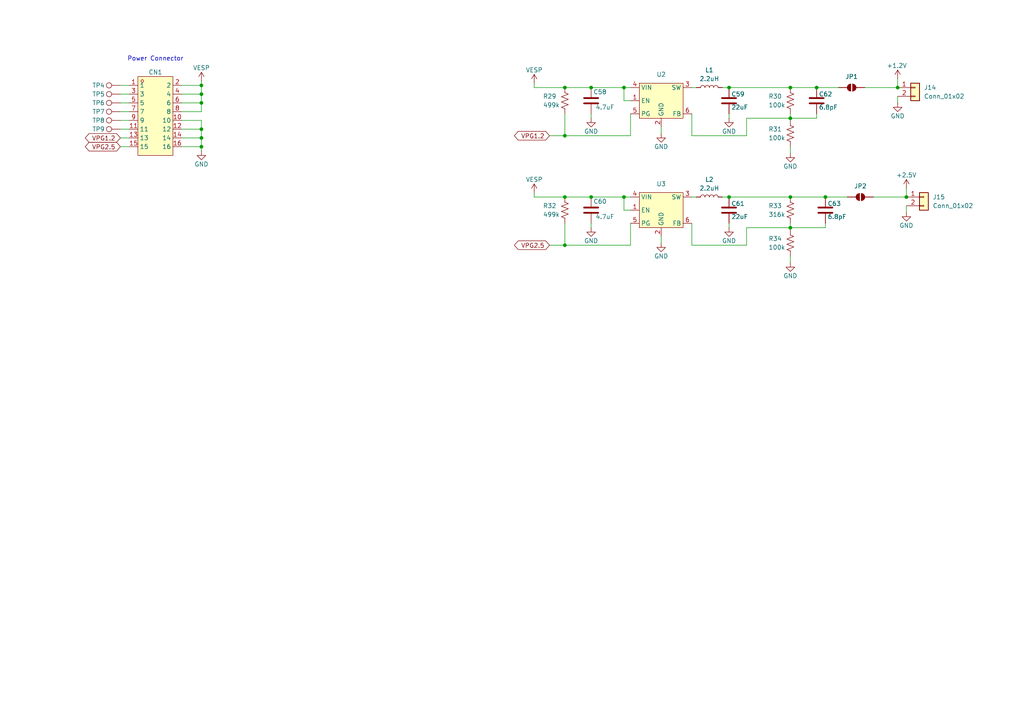
<source format=kicad_sch>
(kicad_sch (version 20250114) (generator "eeschema") (generator_version "9.0")
  (paper "A4")
  (lib_symbols
    (symbol "Connector:TestPoint" (pin_numbers (hide yes)) (pin_names (offset 0.762) (hide yes))
      (property "Reference" "TP" (at 0 6.858 0))
      (property "Value" "TestPoint" (at 0 5.08 0))
      (symbol "TestPoint_0_1"
        (circle (center 0 3.302) (radius 0.762))
      )
      (symbol "TestPoint_1_1"
        (pin passive line (at 0 0 90) (length 2.54) (name "1") (number "1"))
      )
    )
    (symbol "Connector_Generic:Conn_01x02" (pin_names (offset 1.016) (hide yes))
      (property "Reference" "J" (at 0 2.54 0))
      (property "Value" "Conn_01x02" (at 0 -5.08 0))
      (symbol "Conn_01x02_1_1"
        (rectangle (start -1.27 1.27) (end 1.27 -3.81) (stroke (width 0.254)) (fill (type background)))
        (rectangle (start -1.27 0.127) (end 0 -0.127) (stroke (width 0.1524)))
        (rectangle (start -1.27 -2.413) (end 0 -2.667) (stroke (width 0.1524)))
        (pin passive line (at -5.08 0 0) (length 3.81) (name "Pin_1") (number "1"))
        (pin passive line (at -5.08 -2.54 0) (length 3.81) (name "Pin_2") (number "2"))
      )
    )
    (symbol "Device:C" (pin_numbers (hide yes)) (pin_names (offset 0.254))
      (property "Reference" "C" (at 0.635 2.54 0))
      (property "Value" "C" (at 0.635 -2.54 0))
      (symbol "C_0_1"
        (polyline (pts (xy -2.032 0.762) (xy 2.032 0.762)) (stroke (width 0.508)))
        (polyline (pts (xy -2.032 -0.762) (xy 2.032 -0.762)) (stroke (width 0.508)))
      )
      (symbol "C_1_1"
        (pin passive line (at 0 3.81 270) (length 2.794) (name "~") (number "1"))
        (pin passive line (at 0 -3.81 90) (length 2.794) (name "~") (number "2"))
      )
    )
    (symbol "Device:L" (pin_numbers (hide yes)) (pin_names (offset 1.016) (hide yes))
      (property "Reference" "L" (at -1.27 0 90))
      (property "Value" "L" (at 1.905 0 90))
      (symbol "L_0_1"
        (arc (start 0 2.54) (mid 0.6323 1.905) (end 0 1.27))
        (arc (start 0 1.27) (mid 0.6323 0.635) (end 0 0))
        (arc (start 0 0) (mid 0.6323 -0.635) (end 0 -1.27))
        (arc (start 0 -1.27) (mid 0.6323 -1.905) (end 0 -2.54))
      )
      (symbol "L_1_1"
        (pin passive line (at 0 3.81 270) (length 1.27) (name "1") (number "1"))
        (pin passive line (at 0 -3.81 90) (length 1.27) (name "2") (number "2"))
      )
    )
    (symbol "Device:R_US" (pin_numbers (hide yes)) (pin_names (offset 0))
      (property "Reference" "R" (at 2.54 0 90))
      (property "Value" "R_US" (at -2.54 0 90))
      (symbol "R_US_0_1"
        (polyline (pts (xy 0 2.286) (xy 0 2.54)))
        (polyline (pts (xy 0 2.286) (xy 1.016 1.905) (xy 0 1.524) (xy -1.016 1.143) (xy 0 0.762)))
        (polyline (pts (xy 0 0.762) (xy 1.016 0.381) (xy 0 0) (xy -1.016 -0.381) (xy 0 -0.762)))
        (polyline (pts (xy 0 -0.762) (xy 1.016 -1.143) (xy 0 -1.524) (xy -1.016 -1.905) (xy 0 -2.286)))
        (polyline (pts (xy 0 -2.286) (xy 0 -2.54)))
      )
      (symbol "R_US_1_1"
        (pin passive line (at 0 3.81 270) (length 1.27) (name "~") (number "1"))
        (pin passive line (at 0 -3.81 90) (length 1.27) (name "~") (number "2"))
      )
    )
    (symbol "Jumper:SolderJumper_2_Open" (pin_numbers (hide yes)) (pin_names (offset 0) (hide yes)) (in_bom no)
      (property "Reference" "JP" (at 0 2.032 0))
      (property "Value" "SolderJumper_2_Open" (at 0 -2.54 0))
      (symbol "SolderJumper_2_Open_0_1"
        (polyline (pts (xy -0.254 1.016) (xy -0.254 -1.016)))
        (arc (start -0.254 -1.016) (mid -1.2656 0) (end -0.254 1.016))
        (arc (start -0.254 -1.016) (mid -1.2656 0) (end -0.254 1.016) (fill (type outline)))
        (arc (start 0.254 1.016) (mid 1.2656 0) (end 0.254 -1.016))
        (arc (start 0.254 1.016) (mid 1.2656 0) (end 0.254 -1.016) (fill (type outline)))
        (polyline (pts (xy 0.254 1.016) (xy 0.254 -1.016)))
      )
      (symbol "SolderJumper_2_Open_1_1"
        (pin passive line (at -3.81 0 0) (length 2.54) (name "A") (number "1"))
        (pin passive line (at 3.81 0 180) (length 2.54) (name "B") (number "2"))
      )
    )
    (symbol "SCALES:DF11-16DP-2DSA(08)"
      (property "Reference" "CN" (at 0 13.97 0))
      (property "Value" "DF11-16DP-2DSA(08)" (at 0 -13.97 0))
      (symbol "DF11-16DP-2DSA(08)_0_1"
        (rectangle (start -5.08 11.43) (end 5.08 -11.43) (fill (type background)))
        (circle (center -3.81 10.16) (radius 0.38))
        (pin unspecified line (at -7.62 8.89 0) (length 2.54) (name "1") (number "1"))
        (pin unspecified line (at -7.62 6.35 0) (length 2.54) (name "3") (number "3"))
        (pin unspecified line (at -7.62 3.81 0) (length 2.54) (name "5") (number "5"))
        (pin unspecified line (at -7.62 1.27 0) (length 2.54) (name "7") (number "7"))
        (pin unspecified line (at -7.62 -1.27 0) (length 2.54) (name "9") (number "9"))
        (pin unspecified line (at -7.62 -3.81 0) (length 2.54) (name "11") (number "11"))
        (pin unspecified line (at -7.62 -6.35 0) (length 2.54) (name "13") (number "13"))
        (pin unspecified line (at -7.62 -8.89 0) (length 2.54) (name "15") (number "15"))
        (pin unspecified line (at 7.62 8.89 180) (length 2.54) (name "2") (number "2"))
        (pin unspecified line (at 7.62 6.35 180) (length 2.54) (name "4") (number "4"))
        (pin unspecified line (at 7.62 3.81 180) (length 2.54) (name "6") (number "6"))
        (pin unspecified line (at 7.62 1.27 180) (length 2.54) (name "8") (number "8"))
        (pin unspecified line (at 7.62 -1.27 180) (length 2.54) (name "10") (number "10"))
        (pin unspecified line (at 7.62 -3.81 180) (length 2.54) (name "12") (number "12"))
        (pin unspecified line (at 7.62 -6.35 180) (length 2.54) (name "14") (number "14"))
        (pin unspecified line (at 7.62 -8.89 180) (length 2.54) (name "16") (number "16"))
      )
    )
    (symbol "SCALES:TLV62569PDDCR"
      (property "Reference" "U" (at 0 7.62 0))
      (symbol "TLV62569PDDCR_0_1"
        (rectangle (start -6.35 5.08) (end 6.35 -5.08) (fill (type background)))
        (pin unspecified line (at -8.89 3.81 0) (length 2.54) (name "VIN") (number "4"))
        (pin unspecified line (at -8.89 0 0) (length 2.54) (name "EN") (number "1"))
        (pin unspecified line (at -8.89 -3.81 0) (length 2.54) (name "PG") (number "5"))
        (pin unspecified line (at 0 -7.62 90) (length 2.54) (name "GND") (number "2"))
        (pin unspecified line (at 8.89 3.81 180) (length 2.54) (name "SW") (number "3"))
        (pin unspecified line (at 8.89 -3.81 180) (length 2.54) (name "FB") (number "6"))
      )
    )
    (symbol "power:+1V2" (power) (pin_numbers (hide yes)) (pin_names (offset 0) (hide yes))
      (property "Value" "+1V2" (at 0 3.556 0))
      (symbol "+1V2_0_1"
        (polyline (pts (xy -0.762 1.27) (xy 0 2.54)))
        (polyline (pts (xy 0 2.54) (xy 0.762 1.27)))
        (polyline (pts (xy 0 0) (xy 0 2.54)))
      )
      (symbol "+1V2_1_1"
        (pin power_in line (at 0 0 90) (length 0) (name "~") (number "1"))
      )
    )
    (symbol "power:+2V5" (power) (pin_numbers (hide yes)) (pin_names (offset 0) (hide yes))
      (property "Value" "+2V5" (at 0 3.556 0))
      (symbol "+2V5_0_1"
        (polyline (pts (xy -0.762 1.27) (xy 0 2.54)))
        (polyline (pts (xy 0 2.54) (xy 0.762 1.27)))
        (polyline (pts (xy 0 0) (xy 0 2.54)))
      )
      (symbol "+2V5_1_1"
        (pin power_in line (at 0 0 90) (length 0) (name "~") (number "1"))
      )
    )
    (symbol "power:GND" (power) (pin_numbers (hide yes)) (pin_names (offset 0) (hide yes))
      (property "Value" "GND" (at 0 -3.81 0))
      (symbol "GND_0_1"
        (polyline (pts (xy 0 0) (xy 0 -1.27) (xy 1.27 -1.27) (xy 0 -2.54) (xy -1.27 -1.27) (xy 0 -1.27)))
      )
      (symbol "GND_1_1"
        (pin power_in line (at 0 0 270) (length 0) (name "~") (number "1"))
      )
    )
  )
  (text "Power Connector" (at 45.085 17.145 0) (effects (font (size 1.27 1.27))))
  (junction (at 229.235 25.4))
  (junction (at 229.235 57.15))
  (junction (at 211.455 25.4))
  (junction (at 262.89 57.15))
  (junction (at 211.455 57.15))
  (junction (at 163.83 25.4))
  (junction (at 163.83 39.37))
  (junction (at 58.42 24.765))
  (junction (at 260.35 25.4))
  (junction (at 180.975 57.15))
  (junction (at 239.395 57.15))
  (junction (at 58.42 40.005))
  (junction (at 58.42 37.465))
  (junction (at 171.45 25.4))
  (junction (at 171.45 57.15))
  (junction (at 180.975 25.4))
  (junction (at 58.42 27.305))
  (junction (at 58.42 29.845))
  (junction (at 163.83 57.15))
  (junction (at 163.83 71.12))
  (junction (at 58.42 42.545))
  (junction (at 229.235 34.29))
  (junction (at 229.235 66.04))
  (junction (at 236.855 25.4))
  (wire (pts (xy 34.925 42.545) (xy 37.465 42.545)))
  (wire (pts (xy 216.535 71.12) (xy 216.535 66.04)))
  (wire (pts (xy 34.925 29.845) (xy 37.465 29.845)))
  (wire (pts (xy 58.42 42.545) (xy 58.42 43.815)))
  (wire (pts (xy 200.66 57.15) (xy 201.93 57.15)))
  (wire (pts (xy 58.42 40.005) (xy 58.42 42.545)))
  (wire (pts (xy 52.705 32.385) (xy 58.42 32.385)))
  (wire (pts (xy 180.975 25.4) (xy 182.88 25.4)))
  (wire (pts (xy 229.235 57.15) (xy 239.395 57.15)))
  (wire (pts (xy 34.925 37.465) (xy 37.465 37.465)))
  (wire (pts (xy 154.94 24.13) (xy 154.94 25.4)))
  (wire (pts (xy 159.385 71.12) (xy 163.83 71.12)))
  (wire (pts (xy 154.94 55.88) (xy 154.94 57.15)))
  (wire (pts (xy 52.705 29.845) (xy 58.42 29.845)))
  (wire (pts (xy 34.925 34.925) (xy 37.465 34.925)))
  (wire (pts (xy 34.925 32.385) (xy 37.465 32.385)))
  (wire (pts (xy 163.83 71.12) (xy 182.88 71.12)))
  (wire (pts (xy 260.35 22.86) (xy 260.35 25.4)))
  (wire (pts (xy 163.83 39.37) (xy 163.83 33.02)))
  (wire (pts (xy 180.975 60.96) (xy 180.975 57.15)))
  (wire (pts (xy 200.66 33.02) (xy 200.66 39.37)))
  (wire (pts (xy 211.455 33.02) (xy 211.455 34.29)))
  (wire (pts (xy 171.45 25.4) (xy 180.975 25.4)))
  (wire (pts (xy 262.89 54.61) (xy 262.89 57.15)))
  (wire (pts (xy 58.42 34.925) (xy 58.42 37.465)))
  (wire (pts (xy 52.705 34.925) (xy 58.42 34.925)))
  (wire (pts (xy 229.235 66.675) (xy 229.235 66.04)))
  (wire (pts (xy 209.55 25.4) (xy 211.455 25.4)))
  (wire (pts (xy 200.66 64.77) (xy 200.66 71.12)))
  (wire (pts (xy 211.455 57.15) (xy 229.235 57.15)))
  (wire (pts (xy 171.45 33.02) (xy 171.45 34.29)))
  (wire (pts (xy 34.925 24.765) (xy 37.465 24.765)))
  (wire (pts (xy 34.925 27.305) (xy 37.465 27.305)))
  (wire (pts (xy 200.66 25.4) (xy 201.93 25.4)))
  (wire (pts (xy 229.235 25.4) (xy 236.855 25.4)))
  (wire (pts (xy 239.395 57.15) (xy 245.745 57.15)))
  (wire (pts (xy 250.825 25.4) (xy 260.35 25.4)))
  (wire (pts (xy 236.855 25.4) (xy 243.205 25.4)))
  (wire (pts (xy 253.365 57.15) (xy 262.89 57.15)))
  (wire (pts (xy 182.88 29.21) (xy 180.975 29.21)))
  (wire (pts (xy 58.42 27.305) (xy 58.42 24.765)))
  (wire (pts (xy 163.83 71.12) (xy 163.83 64.77)))
  (wire (pts (xy 171.45 64.77) (xy 171.45 66.04)))
  (wire (pts (xy 163.83 57.15) (xy 171.45 57.15)))
  (wire (pts (xy 52.705 42.545) (xy 58.42 42.545)))
  (wire (pts (xy 159.385 39.37) (xy 163.83 39.37)))
  (wire (pts (xy 239.395 64.77) (xy 239.395 66.04)))
  (wire (pts (xy 216.535 66.04) (xy 229.235 66.04)))
  (wire (pts (xy 52.705 37.465) (xy 58.42 37.465)))
  (wire (pts (xy 229.235 34.29) (xy 229.235 33.02)))
  (wire (pts (xy 52.705 24.765) (xy 58.42 24.765)))
  (wire (pts (xy 209.55 57.15) (xy 211.455 57.15)))
  (wire (pts (xy 182.88 33.02) (xy 182.88 39.37)))
  (wire (pts (xy 154.94 25.4) (xy 163.83 25.4)))
  (wire (pts (xy 191.77 36.83) (xy 191.77 38.735)))
  (wire (pts (xy 58.42 24.765) (xy 58.42 23.495)))
  (wire (pts (xy 239.395 66.04) (xy 229.235 66.04)))
  (wire (pts (xy 216.535 39.37) (xy 216.535 34.29)))
  (wire (pts (xy 260.35 27.94) (xy 260.35 29.845)))
  (wire (pts (xy 229.235 66.04) (xy 229.235 64.77)))
  (wire (pts (xy 180.975 29.21) (xy 180.975 25.4)))
  (wire (pts (xy 229.235 74.295) (xy 229.235 76.2)))
  (wire (pts (xy 211.455 25.4) (xy 229.235 25.4)))
  (wire (pts (xy 52.705 27.305) (xy 58.42 27.305)))
  (wire (pts (xy 34.925 40.005) (xy 37.465 40.005)))
  (wire (pts (xy 229.235 34.925) (xy 229.235 34.29)))
  (wire (pts (xy 236.855 34.29) (xy 229.235 34.29)))
  (wire (pts (xy 200.66 39.37) (xy 216.535 39.37)))
  (wire (pts (xy 191.77 68.58) (xy 191.77 70.485)))
  (wire (pts (xy 200.66 71.12) (xy 216.535 71.12)))
  (wire (pts (xy 171.45 57.15) (xy 180.975 57.15)))
  (wire (pts (xy 163.83 25.4) (xy 171.45 25.4)))
  (wire (pts (xy 182.88 64.77) (xy 182.88 71.12)))
  (wire (pts (xy 236.855 33.02) (xy 236.855 34.29)))
  (wire (pts (xy 211.455 64.77) (xy 211.455 66.04)))
  (wire (pts (xy 58.42 37.465) (xy 58.42 40.005)))
  (wire (pts (xy 182.88 60.96) (xy 180.975 60.96)))
  (wire (pts (xy 58.42 32.385) (xy 58.42 29.845)))
  (wire (pts (xy 180.975 57.15) (xy 182.88 57.15)))
  (wire (pts (xy 52.705 40.005) (xy 58.42 40.005)))
  (wire (pts (xy 154.94 57.15) (xy 163.83 57.15)))
  (wire (pts (xy 229.235 42.545) (xy 229.235 44.45)))
  (wire (pts (xy 216.535 34.29) (xy 229.235 34.29)))
  (wire (pts (xy 58.42 29.845) (xy 58.42 27.305)))
  (wire (pts (xy 262.89 59.69) (xy 262.89 61.595)))
  (wire (pts (xy 163.83 39.37) (xy 182.88 39.37)))
  (global_label "VPG2.5" (shape bidirectional) (at 159.385 71.12 180) (property "Intersheetrefs" "${INTERSHEET_REFS}" (effects (hide yes))))
  (global_label "VPG1.2" (shape bidirectional) (at 159.385 39.37 180) (property "Intersheetrefs" "${INTERSHEET_REFS}" (effects (hide yes))))
  (global_label "VPG1.2" (shape bidirectional) (at 34.925 40.005 180) (property "Intersheetrefs" "${INTERSHEET_REFS}" (effects (hide yes))))
  (global_label "VPG2.5" (shape bidirectional) (at 34.925 42.545 180) (property "Intersheetrefs" "${INTERSHEET_REFS}" (effects (hide yes))))
  (symbol (lib_id "Device:R_US") (at 163.83 60.96 180) (unit 1)
    (property "Reference" "R32" (at 157.48 59.69 0) (effects (justify right)))
    (property "Value" "499k" (at 157.48 62.23 0) (effects (justify right)))
    (property "Footprint" "Resistor_SMD:R_0603_1608Metric" (effects (hide yes)))
    (property "Description" "Resistor, US symbol" (effects (hide yes)))
  )
  (symbol (lib_id "Connector_Generic:Conn_01x02") (at 267.97 57.15 0) (unit 1)
    (property "Reference" "J15" (at 270.51 57.1499 0) (effects (justify left)))
    (property "Value" "Conn_01x02" (at 270.51 59.6899 0) (effects (justify left)))
    (property "Footprint" "Connector_PinHeader_2.54mm:PinHeader_1x02_P2.54mm_Vertical" (effects (hide yes)))
    (property "Description" "Generic connector, single row, 01x02, script generated (kicad-library-utils/schlib/autogen/connector/)" (effects (hide yes)))
  )
  (symbol (lib_id "power:GND") (at 260.35 29.845 0) (unit 1)
    (property "Reference" "#PWR0117" (effects (hide yes)))
    (property "Value" "GND" (at 260.35 33.655 0))
    (property "Description" "Power symbol creates a global label with name \"GND\" , ground" (effects (hide yes)))
  )
  (symbol (lib_id "Device:L") (at 205.74 57.15 90) (unit 1)
    (property "Reference" "L2" (at 205.74 52.07 90))
    (property "Value" "2.2uH" (at 205.74 54.61 90))
    (property "Footprint" "Inductor_SMD:L_0603_1608Metric" (effects (hide yes)))
    (property "Description" "Inductor" (effects (hide yes)))
  )
  (symbol (lib_id "Device:C") (at 171.45 29.21 0) (unit 1)
    (property "Reference" "C58" (at 172.085 26.67 0) (effects (justify left)))
    (property "Value" "4.7uF" (at 172.72 31.115 0) (effects (justify left)))
    (property "Footprint" "Capacitor_SMD:C_0603_1608Metric" (effects (hide yes)))
    (property "Description" "Unpolarized capacitor" (effects (hide yes)))
  )
  (symbol (lib_id "power:GND") (at 229.235 44.45 0) (unit 1)
    (property "Reference" "#PWR0116" (effects (hide yes)))
    (property "Value" "GND" (at 229.235 48.26 0))
    (property "Description" "Power symbol creates a global label with name \"GND\" , ground" (effects (hide yes)))
  )
  (symbol (lib_id "Device:R_US") (at 229.235 38.735 180) (unit 1)
    (property "Reference" "R31" (at 222.885 37.465 0) (effects (justify right)))
    (property "Value" "100k" (at 222.885 40.005 0) (effects (justify right)))
    (property "Footprint" "Resistor_SMD:R_0603_1608Metric" (effects (hide yes)))
    (property "Description" "Resistor, US symbol" (effects (hide yes)))
  )
  (symbol (lib_id "Device:R_US") (at 229.235 70.485 180) (unit 1)
    (property "Reference" "R34" (at 222.885 69.215 0) (effects (justify right)))
    (property "Value" "100k" (at 222.885 71.755 0) (effects (justify right)))
    (property "Footprint" "Resistor_SMD:R_0603_1608Metric" (effects (hide yes)))
    (property "Description" "Resistor, US symbol" (effects (hide yes)))
  )
  (symbol (lib_id "power:+2V5") (at 262.89 54.61 0) (unit 1)
    (property "Reference" "#PWR0112" (effects (hide yes)))
    (property "Value" "+2.5V" (at 262.89 50.8 0))
    (property "Description" "Power symbol creates a global label with name \"+2V5\"" (effects (hide yes)))
  )
  (symbol (lib_id "Device:C") (at 211.455 60.96 0) (unit 1)
    (property "Reference" "C61" (at 212.09 59.055 0) (effects (justify left)))
    (property "Value" "22uF" (at 212.09 62.865 0) (effects (justify left)))
    (property "Footprint" "Capacitor_SMD:C_0603_1608Metric" (effects (hide yes)))
    (property "Description" "Unpolarized capacitor" (effects (hide yes)))
  )
  (symbol (lib_id "Connector:TestPoint") (at 34.925 24.765 90) (unit 1)
    (property "Reference" "TP4" (at 28.575 24.765 90))
    (property "Value" "TestPoint" (effects (hide yes)))
    (property "Footprint" "TestPoint:TestPoint_Pad_D2.0mm" (effects (hide yes)))
    (property "Description" "test point" (effects (hide yes)))
  )
  (symbol (lib_id "power:GND") (at 229.235 76.2 0) (unit 1)
    (property "Reference" "#PWR0123" (effects (hide yes)))
    (property "Value" "GND" (at 229.235 80.01 0))
    (property "Description" "Power symbol creates a global label with name \"GND\" , ground" (effects (hide yes)))
  )
  (symbol (lib_id "Jumper:SolderJumper_2_Open") (at 249.555 57.15 0) (unit 1) (in_bom no)
    (property "Reference" "JP2" (at 249.555 53.975 0))
    (property "Value" "SolderJumper_2_Open" (effects (hide yes)))
    (property "Footprint" "Jumper:SolderJumper-2_P1.3mm_Open_Pad1.0x1.5mm" (effects (hide yes)))
    (property "Description" "Solder Jumper, 2-pole, open" (effects (hide yes)))
  )
  (symbol (lib_id "Device:R_US") (at 229.235 29.21 180) (unit 1)
    (property "Reference" "R30" (at 222.885 27.94 0) (effects (justify right)))
    (property "Value" "100k" (at 222.885 30.48 0) (effects (justify right)))
    (property "Footprint" "Resistor_SMD:R_0603_1608Metric" (effects (hide yes)))
    (property "Description" "Resistor, US symbol" (effects (hide yes)))
  )
  (symbol (lib_id "Device:R_US") (at 229.235 60.96 180) (unit 1)
    (property "Reference" "R33" (at 222.885 59.69 0) (effects (justify right)))
    (property "Value" "316k" (at 222.885 62.23 0) (effects (justify right)))
    (property "Footprint" "Resistor_SMD:R_0603_1608Metric" (effects (hide yes)))
    (property "Description" "Resistor, US symbol" (effects (hide yes)))
  )
  (symbol (lib_id "SCALES:TLV62569PDDCR") (at 191.77 29.21 0) (unit 1)
    (property "Reference" "U2" (at 191.77 21.59 0))
    (property "Value" "TLV62569PDDCR" (effects (hide yes)))
    (property "Footprint" "SCALES:SOT-23-6_L2.9-W1.6-P0.95-LS2.8-BL" (effects (hide yes)))
    (property "Datasheet" "https://lcsc.com/product-detail/Pre-ordered-Chips_Texas-Instruments-Texas-Instruments-TLV62569PDDCR_C398365.html" (effects (hide yes)))
    (property "Description" "Buck Adjustable 2A 2.5V~5.5V 600mV~5.5V SOT-23-THIN-6 DC-DC Converters ROHS" (effects (hide yes)))
    (property "LCSC Part" "C398365" (effects (hide yes)))
  )
  (symbol (lib_id "power:GND") (at 191.77 38.735 0) (unit 1)
    (property "Reference" "#PWR0114" (effects (hide yes)))
    (property "Value" "GND" (at 191.77 42.545 0))
    (property "Description" "Power symbol creates a global label with name \"GND\" , ground" (effects (hide yes)))
  )
  (symbol (lib_id "Jumper:SolderJumper_2_Open") (at 247.015 25.4 0) (unit 1) (in_bom no)
    (property "Reference" "JP1" (at 247.015 22.225 0))
    (property "Value" "SolderJumper_2_Open" (effects (hide yes)))
    (property "Footprint" "Jumper:SolderJumper-2_P1.3mm_Open_Pad1.0x1.5mm" (effects (hide yes)))
    (property "Description" "Solder Jumper, 2-pole, open" (effects (hide yes)))
  )
  (symbol (lib_id "Device:C") (at 211.455 29.21 0) (unit 1)
    (property "Reference" "C59" (at 212.09 27.305 0) (effects (justify left)))
    (property "Value" "22uF" (at 212.09 31.115 0) (effects (justify left)))
    (property "Footprint" "Capacitor_SMD:C_0603_1608Metric" (effects (hide yes)))
    (property "Description" "Unpolarized capacitor" (effects (hide yes)))
  )
  (symbol (lib_id "Device:C") (at 236.855 29.21 0) (unit 1)
    (property "Reference" "C62" (at 237.49 27.305 0) (effects (justify left)))
    (property "Value" "6.8pF" (at 237.49 31.115 0) (effects (justify left)))
    (property "Footprint" "Capacitor_SMD:C_0603_1608Metric" (effects (hide yes)))
    (property "Description" "Unpolarized capacitor" (effects (hide yes)))
  )
  (symbol (lib_id "power:GND") (at 211.455 66.04 0) (unit 1)
    (property "Reference" "#PWR0122" (effects (hide yes)))
    (property "Value" "GND" (at 211.455 69.85 0))
    (property "Description" "Power symbol creates a global label with name \"GND\" , ground" (effects (hide yes)))
  )
  (symbol (lib_id "Device:L") (at 205.74 25.4 90) (unit 1)
    (property "Reference" "L1" (at 205.74 20.32 90))
    (property "Value" "2.2uH" (at 205.74 22.86 90))
    (property "Footprint" "Inductor_SMD:L_0603_1608Metric" (effects (hide yes)))
    (property "Description" "Inductor" (effects (hide yes)))
  )
  (symbol (lib_id "Device:C") (at 171.45 60.96 0) (unit 1)
    (property "Reference" "C60" (at 172.085 58.42 0) (effects (justify left)))
    (property "Value" "4.7uF" (at 172.72 62.865 0) (effects (justify left)))
    (property "Footprint" "Capacitor_SMD:C_0603_1608Metric" (effects (hide yes)))
    (property "Description" "Unpolarized capacitor" (effects (hide yes)))
  )
  (symbol (lib_id "Connector:TestPoint") (at 34.925 32.385 90) (unit 1)
    (property "Reference" "TP7" (at 28.575 32.385 90))
    (property "Value" "TestPoint" (effects (hide yes)))
    (property "Footprint" "TestPoint:TestPoint_Pad_D2.0mm" (effects (hide yes)))
    (property "Description" "test point" (effects (hide yes)))
  )
  (symbol (lib_id "Connector:TestPoint") (at 34.925 29.845 90) (unit 1)
    (property "Reference" "TP6" (at 28.575 29.845 90))
    (property "Value" "TestPoint" (effects (hide yes)))
    (property "Footprint" "TestPoint:TestPoint_Pad_D2.0mm" (effects (hide yes)))
    (property "Description" "test point" (effects (hide yes)))
  )
  (symbol (lib_id "power:+1V2") (at 260.35 22.86 0) (unit 1)
    (property "Reference" "#PWR0113" (effects (hide yes)))
    (property "Value" "+1.2V" (at 257.175 19.05 0) (effects (justify left)))
    (property "Description" "Power symbol creates a global label with name \"+1V2\"" (effects (hide yes)))
  )
  (symbol (lib_id "SCALES:DF11-16DP-2DSA(08)") (at 45.085 33.655 0) (unit 1)
    (property "Reference" "CN1" (at 45.085 20.955 0))
    (property "Value" "DF11-16DP-2DSA(08)" (effects (hide yes)))
    (property "Footprint" "SCALES:CONN-TH_DF11-16DP-2DSA-08" (effects (hide yes)))
    (property "Datasheet" "https://lcsc.com/product-detail/Wire-To-Board-Wire-To-Wire-Connector_HRS-Hirose-HRS-DF11-16DP-2DSA-08_C530981.html" (effects (hide yes)))
    (property "LCSC Part" "C530981" (effects (hide yes)))
  )
  (symbol (lib_id "power:GND") (at 262.89 61.595 0) (unit 1)
    (property "Reference" "#PWR0125" (effects (hide yes)))
    (property "Value" "GND" (at 262.89 65.405 0))
    (property "Description" "Power symbol creates a global label with name \"GND\" , ground" (effects (hide yes)))
  )
  (symbol (lib_id "Device:C") (at 239.395 60.96 0) (unit 1)
    (property "Reference" "C63" (at 240.03 59.055 0) (effects (justify left)))
    (property "Value" "6.8pF" (at 240.03 62.865 0) (effects (justify left)))
    (property "Footprint" "Capacitor_SMD:C_0603_1608Metric" (effects (hide yes)))
    (property "Description" "Unpolarized capacitor" (effects (hide yes)))
  )
  (symbol (lib_id "power:+2V5") (at 154.94 24.13 0) (unit 1)
    (property "Reference" "#PWR0107" (effects (hide yes)))
    (property "Value" "VESP" (at 154.94 20.32 0))
    (property "Description" "Power symbol creates a global label with name \"VESP\"" (effects (hide yes)))
  )
  (symbol (lib_id "Connector:TestPoint") (at 34.925 27.305 90) (unit 1)
    (property "Reference" "TP5" (at 28.575 27.305 90))
    (property "Value" "TestPoint" (effects (hide yes)))
    (property "Footprint" "TestPoint:TestPoint_Pad_D2.0mm" (effects (hide yes)))
    (property "Description" "test point" (effects (hide yes)))
  )
  (symbol (lib_id "Connector_Generic:Conn_01x02") (at 265.43 25.4 0) (unit 1)
    (property "Reference" "J14" (at 267.97 25.3999 0) (effects (justify left)))
    (property "Value" "Conn_01x02" (at 267.97 27.9399 0) (effects (justify left)))
    (property "Footprint" "Connector_PinHeader_2.54mm:PinHeader_1x02_P2.54mm_Vertical" (effects (hide yes)))
    (property "Description" "Generic connector, single row, 01x02, script generated (kicad-library-utils/schlib/autogen/connector/)" (effects (hide yes)))
  )
  (symbol (lib_id "Device:R_US") (at 163.83 29.21 180) (unit 1)
    (property "Reference" "R29" (at 157.48 27.94 0) (effects (justify right)))
    (property "Value" "499k" (at 157.48 30.48 0) (effects (justify right)))
    (property "Footprint" "Resistor_SMD:R_0603_1608Metric" (effects (hide yes)))
    (property "Description" "Resistor, US symbol" (effects (hide yes)))
  )
  (symbol (lib_id "Connector:TestPoint") (at 34.925 37.465 90) (unit 1)
    (property "Reference" "TP9" (at 28.575 37.465 90))
    (property "Value" "TestPoint" (effects (hide yes)))
    (property "Footprint" "TestPoint:TestPoint_Pad_D2.0mm" (effects (hide yes)))
    (property "Description" "test point" (effects (hide yes)))
  )
  (symbol (lib_id "power:GND") (at 191.77 70.485 0) (unit 1)
    (property "Reference" "#PWR0121" (effects (hide yes)))
    (property "Value" "GND" (at 191.77 74.295 0))
    (property "Description" "Power symbol creates a global label with name \"GND\" , ground" (effects (hide yes)))
  )
  (symbol (lib_id "power:GND") (at 211.455 34.29 0) (unit 1)
    (property "Reference" "#PWR0118" (effects (hide yes)))
    (property "Value" "GND" (at 211.455 38.1 0))
    (property "Description" "Power symbol creates a global label with name \"GND\" , ground" (effects (hide yes)))
  )
  (symbol (lib_id "power:+2V5") (at 58.42 23.495 0) (unit 1)
    (property "Reference" "#PWR0109" (effects (hide yes)))
    (property "Value" "VESP" (at 58.42 19.685 0))
    (property "Description" "Power symbol creates a global label with name \"VESP\"" (effects (hide yes)))
  )
  (symbol (lib_id "Connector:TestPoint") (at 34.925 34.925 90) (unit 1)
    (property "Reference" "TP8" (at 28.575 34.925 90))
    (property "Value" "TestPoint" (effects (hide yes)))
    (property "Footprint" "TestPoint:TestPoint_Pad_D2.0mm" (effects (hide yes)))
    (property "Description" "test point" (effects (hide yes)))
  )
  (symbol (lib_id "power:+2V5") (at 154.94 55.88 0) (unit 1)
    (property "Reference" "#PWR0119" (effects (hide yes)))
    (property "Value" "VESP" (at 154.94 52.07 0))
    (property "Description" "Power symbol creates a global label with name \"VESP\"" (effects (hide yes)))
  )
  (symbol (lib_id "power:GND") (at 58.42 43.815 0) (unit 1)
    (property "Reference" "#PWR0110" (effects (hide yes)))
    (property "Value" "GND" (at 58.42 47.625 0))
    (property "Description" "Power symbol creates a global label with name \"GND\" , ground" (effects (hide yes)))
  )
  (symbol (lib_id "power:GND") (at 171.45 34.29 0) (unit 1)
    (property "Reference" "#PWR0115" (effects (hide yes)))
    (property "Value" "GND" (at 171.45 38.1 0))
    (property "Description" "Power symbol creates a global label with name \"GND\" , ground" (effects (hide yes)))
  )
  (symbol (lib_id "power:GND") (at 171.45 66.04 0) (unit 1)
    (property "Reference" "#PWR0120" (effects (hide yes)))
    (property "Value" "GND" (at 171.45 69.85 0))
    (property "Description" "Power symbol creates a global label with name \"GND\" , ground" (effects (hide yes)))
  )
  (symbol (lib_id "SCALES:TLV62569PDDCR") (at 191.77 60.96 0) (unit 1)
    (property "Reference" "U3" (at 191.77 53.34 0))
    (property "Value" "TLV62569PDDCR" (effects (hide yes)))
    (property "Footprint" "SCALES:SOT-23-6_L2.9-W1.6-P0.95-LS2.8-BL" (effects (hide yes)))
    (property "Datasheet" "https://lcsc.com/product-detail/Pre-ordered-Chips_Texas-Instruments-Texas-Instruments-TLV62569PDDCR_C398365.html" (effects (hide yes)))
    (property "Description" "Buck Adjustable 2A 2.5V~5.5V 600mV~5.5V SOT-23-THIN-6 DC-DC Converters ROHS" (effects (hide yes)))
    (property "LCSC Part" "C398365" (effects (hide yes)))
  )
)
</source>
